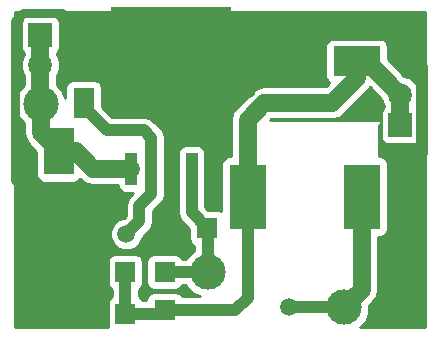
<source format=gbr>
G04 #@! TF.FileFunction,Copper,L1,Top,Signal*
%FSLAX46Y46*%
G04 Gerber Fmt 4.6, Leading zero omitted, Abs format (unit mm)*
G04 Created by KiCad (PCBNEW 4.0.7) date 10/02/18 16:36:01*
%MOMM*%
%LPD*%
G01*
G04 APERTURE LIST*
%ADD10C,0.100000*%
%ADD11R,1.700000X1.800000*%
%ADD12R,4.000000X2.500000*%
%ADD13R,2.500000X4.000000*%
%ADD14R,3.149600X5.511800*%
%ADD15R,1.800000X2.500000*%
%ADD16R,2.006600X2.006600*%
%ADD17C,2.006600*%
%ADD18C,2.999740*%
%ADD19R,1.800000X1.700000*%
%ADD20R,1.016000X2.692400*%
%ADD21R,10.160000X8.940800*%
%ADD22C,1.500000*%
%ADD23C,0.800000*%
%ADD24C,1.000000*%
%ADD25C,2.000000*%
%ADD26C,1.500000*%
%ADD27C,0.500000*%
%ADD28C,0.304800*%
%ADD29C,0.254000*%
G04 APERTURE END LIST*
D10*
D11*
X137660000Y-105920000D03*
X140860000Y-105920000D03*
D12*
X153530000Y-91810000D03*
X147430000Y-91810000D03*
D13*
X128320000Y-99440000D03*
X128320000Y-105540000D03*
D14*
X153946000Y-103270000D03*
X144294000Y-103270000D03*
D15*
X130420000Y-95310000D03*
X130420000Y-91310000D03*
D16*
X126760000Y-89570000D03*
D17*
X126760000Y-92110000D03*
D16*
X126760000Y-112430000D03*
D17*
X126760000Y-109890000D03*
D16*
X157240000Y-107360000D03*
D17*
X157240000Y-104820000D03*
D16*
X157240000Y-97200000D03*
D17*
X157240000Y-94660000D03*
D18*
X157410000Y-112650000D03*
X152480000Y-112660000D03*
X140930000Y-109690000D03*
D19*
X137270000Y-109650000D03*
X137270000Y-112850000D03*
D20*
X134446400Y-100932400D03*
X136148200Y-100932400D03*
X137850000Y-100932400D03*
X139551800Y-100932400D03*
X141253600Y-100932400D03*
D21*
X137850000Y-91737600D03*
D11*
X130740000Y-113190000D03*
X133940000Y-113190000D03*
X130740000Y-109680000D03*
X133940000Y-109680000D03*
D18*
X126780000Y-95440000D03*
D22*
X144140000Y-91810000D03*
X144210000Y-94260000D03*
X144160000Y-89020000D03*
X130350000Y-88470000D03*
X157540000Y-88620000D03*
X134040000Y-106450000D03*
X147770000Y-112640000D03*
D23*
X144140000Y-91870000D02*
X144140000Y-91810000D01*
X130350000Y-88470000D02*
X129370000Y-88470000D01*
X124620000Y-101840000D02*
X128320000Y-105540000D01*
X124620000Y-88390000D02*
X124620000Y-101840000D01*
X125290000Y-87720000D02*
X124620000Y-88390000D01*
X128620000Y-87720000D02*
X125290000Y-87720000D01*
X129370000Y-88470000D02*
X128620000Y-87720000D01*
X144140000Y-91870000D02*
X144140000Y-94190000D01*
X144140000Y-94190000D02*
X144210000Y-94260000D01*
X144140000Y-91810000D02*
X144140000Y-89040000D01*
X144140000Y-89040000D02*
X144160000Y-89020000D01*
D24*
X155270000Y-88580000D02*
X150660000Y-88580000D01*
X150660000Y-88580000D02*
X147430000Y-91810000D01*
D25*
X147430000Y-91810000D02*
X144140000Y-91810000D01*
X144140000Y-91810000D02*
X137922400Y-91810000D01*
D24*
X137922400Y-91810000D02*
X137850000Y-91737600D01*
X130420000Y-91310000D02*
X130420000Y-88540000D01*
X130420000Y-88540000D02*
X130350000Y-88470000D01*
D25*
X137850000Y-91737600D02*
X130847600Y-91737600D01*
D26*
X130847600Y-91737600D02*
X130420000Y-91310000D01*
D24*
X155270000Y-88580000D02*
X157500000Y-88580000D01*
X157500000Y-88580000D02*
X157540000Y-88620000D01*
D23*
X138057600Y-91530000D02*
X137850000Y-91737600D01*
X135932400Y-89820000D02*
X137850000Y-91737600D01*
X137850000Y-100932400D02*
X137850000Y-91737600D01*
X137850000Y-100932400D02*
X137850000Y-105730000D01*
X137850000Y-105730000D02*
X137660000Y-105920000D01*
D27*
X141253600Y-100932400D02*
X141253600Y-98893600D01*
X137850000Y-98770000D02*
X137850000Y-100932400D01*
X138520000Y-98100000D02*
X137850000Y-98770000D01*
X140460000Y-98100000D02*
X138520000Y-98100000D01*
X141253600Y-98893600D02*
X140460000Y-98100000D01*
D24*
X137850000Y-105730000D02*
X137660000Y-105920000D01*
X130740000Y-113190000D02*
X127520000Y-113190000D01*
X127520000Y-113190000D02*
X126760000Y-112430000D01*
D27*
X137660000Y-100822400D02*
X137850000Y-100632400D01*
X145497600Y-91437600D02*
X145590000Y-91530000D01*
X136232400Y-89820000D02*
X137850000Y-91437600D01*
D24*
X157240000Y-104820000D02*
X157240000Y-101410000D01*
X155330000Y-88580000D02*
X155270000Y-88580000D01*
X159070000Y-92320000D02*
X155330000Y-88580000D01*
X159070000Y-99580000D02*
X159070000Y-92320000D01*
X157240000Y-101410000D02*
X159070000Y-99580000D01*
D27*
X145382400Y-91737600D02*
X145590000Y-91530000D01*
D24*
X130740000Y-109680000D02*
X130740000Y-113190000D01*
X130740000Y-109680000D02*
X126970000Y-109680000D01*
D27*
X126970000Y-109680000D02*
X126760000Y-109890000D01*
D24*
X128320000Y-105540000D02*
X128320000Y-108330000D01*
X128320000Y-108330000D02*
X126760000Y-109890000D01*
D27*
X128900000Y-106120000D02*
X128320000Y-105540000D01*
X130530000Y-109890000D02*
X130740000Y-109680000D01*
D28*
X130020000Y-109890000D02*
X130720000Y-109190000D01*
X157240000Y-104820000D02*
X157240000Y-104090000D01*
X157410000Y-112650000D02*
X156960000Y-112650000D01*
X127120000Y-112070000D02*
X126760000Y-112430000D01*
X157300000Y-112540000D02*
X157410000Y-112650000D01*
D24*
X157240000Y-107360000D02*
X157240000Y-112480000D01*
D28*
X157240000Y-112480000D02*
X157410000Y-112650000D01*
D24*
X157240000Y-104820000D02*
X157240000Y-107360000D01*
X126760000Y-109890000D02*
X126760000Y-112430000D01*
X130420000Y-95310000D02*
X130420000Y-95720000D01*
X130420000Y-95720000D02*
X132360000Y-97660000D01*
X132360000Y-97660000D02*
X135510000Y-97660000D01*
X135510000Y-97660000D02*
X136148200Y-98298200D01*
X136148200Y-98298200D02*
X136148200Y-100932400D01*
X152480000Y-112660000D02*
X147790000Y-112660000D01*
X136148200Y-103011800D02*
X136148200Y-100932400D01*
X135120000Y-104040000D02*
X136148200Y-103011800D01*
X135120000Y-105370000D02*
X135120000Y-104040000D01*
X134040000Y-106450000D02*
X135120000Y-105370000D01*
D23*
X147790000Y-112660000D02*
X147770000Y-112640000D01*
D26*
X153946000Y-103270000D02*
X153946000Y-111194000D01*
X153946000Y-111194000D02*
X152480000Y-112660000D01*
D24*
X139551800Y-100932400D02*
X139551800Y-104611800D01*
X139551800Y-104611800D02*
X140860000Y-105920000D01*
X140930000Y-109690000D02*
X140930000Y-105990000D01*
D23*
X140930000Y-105990000D02*
X140860000Y-105920000D01*
D24*
X137270000Y-109650000D02*
X140890000Y-109650000D01*
D27*
X140890000Y-109650000D02*
X140930000Y-109690000D01*
X137270000Y-109650000D02*
X137440000Y-109650000D01*
X137330000Y-109590000D02*
X137270000Y-109650000D01*
D26*
X153530000Y-91810000D02*
X154390000Y-91810000D01*
X154390000Y-91810000D02*
X157240000Y-94660000D01*
X153530000Y-91810000D02*
X153530000Y-93270000D01*
X144294000Y-96746000D02*
X144294000Y-103270000D01*
X145710000Y-95330000D02*
X144294000Y-96746000D01*
X151470000Y-95330000D02*
X145710000Y-95330000D01*
X153530000Y-93270000D02*
X151470000Y-95330000D01*
D24*
X154390000Y-91810000D02*
X157240000Y-94660000D01*
X144294000Y-103270000D02*
X144294000Y-111816000D01*
X144294000Y-111816000D02*
X143260000Y-112850000D01*
X143260000Y-112850000D02*
X137270000Y-112850000D01*
X133940000Y-113190000D02*
X136930000Y-113190000D01*
D27*
X136930000Y-113190000D02*
X137270000Y-112850000D01*
D24*
X133940000Y-109680000D02*
X133940000Y-113190000D01*
D27*
X137260000Y-113190000D02*
X137280000Y-113170000D01*
D26*
X157240000Y-94660000D02*
X157240000Y-97200000D01*
X128320000Y-99440000D02*
X129750000Y-99440000D01*
X131242400Y-100932400D02*
X134446400Y-100932400D01*
X129750000Y-99440000D02*
X131242400Y-100932400D01*
X128320000Y-99440000D02*
X129230000Y-99440000D01*
X126780000Y-95440000D02*
X126780000Y-97900000D01*
X126780000Y-97900000D02*
X128320000Y-99440000D01*
X126760000Y-92110000D02*
X126760000Y-95420000D01*
D27*
X126760000Y-95420000D02*
X126780000Y-95440000D01*
D26*
X126760000Y-89570000D02*
X126760000Y-92110000D01*
D29*
G36*
X159352300Y-114352300D02*
X153806544Y-114352300D01*
X154288800Y-113870886D01*
X154614499Y-113086515D01*
X154615025Y-112483661D01*
X154925343Y-112173343D01*
X154946689Y-112141397D01*
X155225573Y-111724017D01*
X155331000Y-111194000D01*
X155331000Y-106673340D01*
X155520800Y-106673340D01*
X155756117Y-106629062D01*
X155972241Y-106489990D01*
X156117231Y-106277790D01*
X156168240Y-106025900D01*
X156168240Y-100514100D01*
X156123962Y-100278783D01*
X155984890Y-100062659D01*
X155772690Y-99917669D01*
X155520800Y-99866660D01*
X155457000Y-99866660D01*
X155457000Y-97223801D01*
X155486159Y-97218315D01*
X155528553Y-97191035D01*
X155556994Y-97149410D01*
X155567000Y-97100000D01*
X155567000Y-96890000D01*
X155558315Y-96843841D01*
X155531035Y-96801447D01*
X155489410Y-96773006D01*
X155440000Y-96763000D01*
X146235686Y-96763000D01*
X146283686Y-96715000D01*
X151470000Y-96715000D01*
X152000017Y-96609573D01*
X152449343Y-96309343D01*
X154509343Y-94249343D01*
X154654065Y-94032751D01*
X155601420Y-94980106D01*
X155601416Y-94984448D01*
X155850307Y-95586810D01*
X155855000Y-95591511D01*
X155855000Y-95687733D01*
X155785259Y-95732610D01*
X155640269Y-95944810D01*
X155589260Y-96196700D01*
X155589260Y-98203300D01*
X155633538Y-98438617D01*
X155772610Y-98654741D01*
X155984810Y-98799731D01*
X156236700Y-98850740D01*
X158243300Y-98850740D01*
X158478617Y-98806462D01*
X158694741Y-98667390D01*
X158839731Y-98455190D01*
X158890740Y-98203300D01*
X158890740Y-96196700D01*
X158846462Y-95961383D01*
X158707390Y-95745259D01*
X158625000Y-95688964D01*
X158625000Y-95592302D01*
X158628073Y-95589234D01*
X158878015Y-94987308D01*
X158878584Y-94335552D01*
X158629693Y-93733190D01*
X158169234Y-93271927D01*
X157567308Y-93021985D01*
X157560665Y-93021979D01*
X156177440Y-91638754D01*
X156177440Y-90560000D01*
X156133162Y-90324683D01*
X155994090Y-90108559D01*
X155781890Y-89963569D01*
X155530000Y-89912560D01*
X151530000Y-89912560D01*
X151294683Y-89956838D01*
X151078559Y-90095910D01*
X150933569Y-90308110D01*
X150882560Y-90560000D01*
X150882560Y-93060000D01*
X150926838Y-93295317D01*
X151065910Y-93511441D01*
X151222726Y-93618588D01*
X150896314Y-93945000D01*
X145710000Y-93945000D01*
X145179983Y-94050427D01*
X144882284Y-94249343D01*
X144730657Y-94350657D01*
X143314657Y-95766657D01*
X143014427Y-96215983D01*
X142909000Y-96746000D01*
X142909000Y-99866660D01*
X142719200Y-99866660D01*
X142483883Y-99910938D01*
X142267759Y-100050010D01*
X142122769Y-100262210D01*
X142071760Y-100514100D01*
X142071760Y-104498640D01*
X141961890Y-104423569D01*
X141710000Y-104372560D01*
X140917692Y-104372560D01*
X140686800Y-104141668D01*
X140686800Y-102379536D01*
X140707240Y-102278600D01*
X140707240Y-99586200D01*
X140662962Y-99350883D01*
X140523890Y-99134759D01*
X140311690Y-98989769D01*
X140059800Y-98938760D01*
X139043800Y-98938760D01*
X138808483Y-98983038D01*
X138592359Y-99122110D01*
X138447369Y-99334310D01*
X138396360Y-99586200D01*
X138396360Y-102278600D01*
X138416800Y-102387229D01*
X138416800Y-104611800D01*
X138503197Y-105046146D01*
X138657141Y-105276539D01*
X138749234Y-105414366D01*
X139362560Y-106027692D01*
X139362560Y-106820000D01*
X139406838Y-107055317D01*
X139545910Y-107271441D01*
X139758110Y-107416431D01*
X139795000Y-107423901D01*
X139795000Y-107849040D01*
X139722273Y-107879090D01*
X139121200Y-108479114D01*
X139106299Y-108515000D01*
X138741192Y-108515000D01*
X138634090Y-108348559D01*
X138421890Y-108203569D01*
X138170000Y-108152560D01*
X136370000Y-108152560D01*
X136134683Y-108196838D01*
X135918559Y-108335910D01*
X135773569Y-108548110D01*
X135722560Y-108800000D01*
X135722560Y-110500000D01*
X135766838Y-110735317D01*
X135905910Y-110951441D01*
X136118110Y-111096431D01*
X136370000Y-111147440D01*
X138170000Y-111147440D01*
X138405317Y-111103162D01*
X138621441Y-110964090D01*
X138743808Y-110785000D01*
X139072512Y-110785000D01*
X139119090Y-110897727D01*
X139719114Y-111498800D01*
X140239782Y-111715000D01*
X138741192Y-111715000D01*
X138634090Y-111548559D01*
X138421890Y-111403569D01*
X138170000Y-111352560D01*
X136370000Y-111352560D01*
X136134683Y-111396838D01*
X135918559Y-111535910D01*
X135773569Y-111748110D01*
X135722560Y-112000000D01*
X135722560Y-112055000D01*
X135393222Y-112055000D01*
X135393162Y-112054683D01*
X135254090Y-111838559D01*
X135075000Y-111716192D01*
X135075000Y-111151192D01*
X135241441Y-111044090D01*
X135386431Y-110831890D01*
X135437440Y-110580000D01*
X135437440Y-108780000D01*
X135393162Y-108544683D01*
X135254090Y-108328559D01*
X135041890Y-108183569D01*
X134790000Y-108132560D01*
X133090000Y-108132560D01*
X132854683Y-108176838D01*
X132638559Y-108315910D01*
X132493569Y-108528110D01*
X132442560Y-108780000D01*
X132442560Y-110580000D01*
X132486838Y-110815317D01*
X132625910Y-111031441D01*
X132805000Y-111153808D01*
X132805000Y-111718808D01*
X132638559Y-111825910D01*
X132493569Y-112038110D01*
X132442560Y-112290000D01*
X132442560Y-114090000D01*
X132486838Y-114325317D01*
X132504201Y-114352300D01*
X124647700Y-114352300D01*
X124647700Y-95869904D01*
X124969090Y-96647727D01*
X125395000Y-97074382D01*
X125395000Y-97900000D01*
X125500427Y-98430017D01*
X125781545Y-98850740D01*
X125800657Y-98879343D01*
X126422560Y-99501246D01*
X126422560Y-101440000D01*
X126466838Y-101675317D01*
X126605910Y-101891441D01*
X126818110Y-102036431D01*
X127070000Y-102087440D01*
X129570000Y-102087440D01*
X129805317Y-102043162D01*
X130021441Y-101904090D01*
X130116411Y-101765097D01*
X130263057Y-101911743D01*
X130712383Y-102211973D01*
X131242400Y-102317400D01*
X133298261Y-102317400D01*
X133335238Y-102513917D01*
X133474310Y-102730041D01*
X133686510Y-102875031D01*
X133938400Y-102926040D01*
X134628828Y-102926040D01*
X134317434Y-103237434D01*
X134071397Y-103605654D01*
X133985000Y-104040000D01*
X133985000Y-104899868D01*
X133820061Y-105064807D01*
X133765715Y-105064760D01*
X133256485Y-105275169D01*
X132866539Y-105664436D01*
X132655241Y-106173298D01*
X132654760Y-106724285D01*
X132865169Y-107233515D01*
X133254436Y-107623461D01*
X133763298Y-107834759D01*
X134314285Y-107835240D01*
X134823515Y-107624831D01*
X135213461Y-107235564D01*
X135424759Y-106726702D01*
X135424808Y-106670324D01*
X135922566Y-106172566D01*
X136168604Y-105804345D01*
X136255000Y-105370000D01*
X136255000Y-104510132D01*
X136950766Y-103814366D01*
X137196803Y-103446146D01*
X137283200Y-103011800D01*
X137283200Y-102379536D01*
X137303640Y-102278600D01*
X137303640Y-99586200D01*
X137283200Y-99477571D01*
X137283200Y-98298200D01*
X137196803Y-97863854D01*
X136950766Y-97495634D01*
X136312566Y-96857434D01*
X136281742Y-96836838D01*
X135944346Y-96611397D01*
X135510000Y-96525000D01*
X132830132Y-96525000D01*
X131967440Y-95662308D01*
X131967440Y-94060000D01*
X131923162Y-93824683D01*
X131784090Y-93608559D01*
X131571890Y-93463569D01*
X131320000Y-93412560D01*
X129520000Y-93412560D01*
X129284683Y-93456838D01*
X129068559Y-93595910D01*
X128923569Y-93808110D01*
X128872560Y-94060000D01*
X128872560Y-94913918D01*
X128590910Y-94232273D01*
X128145000Y-93785583D01*
X128145000Y-93042302D01*
X128148073Y-93039234D01*
X128398015Y-92437308D01*
X128398584Y-91785552D01*
X128149693Y-91183190D01*
X128145000Y-91178489D01*
X128145000Y-91082267D01*
X128214741Y-91037390D01*
X128359731Y-90825190D01*
X128410740Y-90573300D01*
X128410740Y-88566700D01*
X128366462Y-88331383D01*
X128227390Y-88115259D01*
X128015190Y-87970269D01*
X127763300Y-87919260D01*
X125756700Y-87919260D01*
X125521383Y-87963538D01*
X125305259Y-88102610D01*
X125160269Y-88314810D01*
X125109260Y-88566700D01*
X125109260Y-90573300D01*
X125153538Y-90808617D01*
X125292610Y-91024741D01*
X125375000Y-91081036D01*
X125375000Y-91177698D01*
X125371927Y-91180766D01*
X125121985Y-91782692D01*
X125121416Y-92434448D01*
X125370307Y-93036810D01*
X125375000Y-93041511D01*
X125375000Y-93826019D01*
X124971200Y-94229114D01*
X124647700Y-95008189D01*
X124647700Y-87647700D01*
X159352300Y-87647700D01*
X159352300Y-114352300D01*
X159352300Y-114352300D01*
G37*
X159352300Y-114352300D02*
X153806544Y-114352300D01*
X154288800Y-113870886D01*
X154614499Y-113086515D01*
X154615025Y-112483661D01*
X154925343Y-112173343D01*
X154946689Y-112141397D01*
X155225573Y-111724017D01*
X155331000Y-111194000D01*
X155331000Y-106673340D01*
X155520800Y-106673340D01*
X155756117Y-106629062D01*
X155972241Y-106489990D01*
X156117231Y-106277790D01*
X156168240Y-106025900D01*
X156168240Y-100514100D01*
X156123962Y-100278783D01*
X155984890Y-100062659D01*
X155772690Y-99917669D01*
X155520800Y-99866660D01*
X155457000Y-99866660D01*
X155457000Y-97223801D01*
X155486159Y-97218315D01*
X155528553Y-97191035D01*
X155556994Y-97149410D01*
X155567000Y-97100000D01*
X155567000Y-96890000D01*
X155558315Y-96843841D01*
X155531035Y-96801447D01*
X155489410Y-96773006D01*
X155440000Y-96763000D01*
X146235686Y-96763000D01*
X146283686Y-96715000D01*
X151470000Y-96715000D01*
X152000017Y-96609573D01*
X152449343Y-96309343D01*
X154509343Y-94249343D01*
X154654065Y-94032751D01*
X155601420Y-94980106D01*
X155601416Y-94984448D01*
X155850307Y-95586810D01*
X155855000Y-95591511D01*
X155855000Y-95687733D01*
X155785259Y-95732610D01*
X155640269Y-95944810D01*
X155589260Y-96196700D01*
X155589260Y-98203300D01*
X155633538Y-98438617D01*
X155772610Y-98654741D01*
X155984810Y-98799731D01*
X156236700Y-98850740D01*
X158243300Y-98850740D01*
X158478617Y-98806462D01*
X158694741Y-98667390D01*
X158839731Y-98455190D01*
X158890740Y-98203300D01*
X158890740Y-96196700D01*
X158846462Y-95961383D01*
X158707390Y-95745259D01*
X158625000Y-95688964D01*
X158625000Y-95592302D01*
X158628073Y-95589234D01*
X158878015Y-94987308D01*
X158878584Y-94335552D01*
X158629693Y-93733190D01*
X158169234Y-93271927D01*
X157567308Y-93021985D01*
X157560665Y-93021979D01*
X156177440Y-91638754D01*
X156177440Y-90560000D01*
X156133162Y-90324683D01*
X155994090Y-90108559D01*
X155781890Y-89963569D01*
X155530000Y-89912560D01*
X151530000Y-89912560D01*
X151294683Y-89956838D01*
X151078559Y-90095910D01*
X150933569Y-90308110D01*
X150882560Y-90560000D01*
X150882560Y-93060000D01*
X150926838Y-93295317D01*
X151065910Y-93511441D01*
X151222726Y-93618588D01*
X150896314Y-93945000D01*
X145710000Y-93945000D01*
X145179983Y-94050427D01*
X144882284Y-94249343D01*
X144730657Y-94350657D01*
X143314657Y-95766657D01*
X143014427Y-96215983D01*
X142909000Y-96746000D01*
X142909000Y-99866660D01*
X142719200Y-99866660D01*
X142483883Y-99910938D01*
X142267759Y-100050010D01*
X142122769Y-100262210D01*
X142071760Y-100514100D01*
X142071760Y-104498640D01*
X141961890Y-104423569D01*
X141710000Y-104372560D01*
X140917692Y-104372560D01*
X140686800Y-104141668D01*
X140686800Y-102379536D01*
X140707240Y-102278600D01*
X140707240Y-99586200D01*
X140662962Y-99350883D01*
X140523890Y-99134759D01*
X140311690Y-98989769D01*
X140059800Y-98938760D01*
X139043800Y-98938760D01*
X138808483Y-98983038D01*
X138592359Y-99122110D01*
X138447369Y-99334310D01*
X138396360Y-99586200D01*
X138396360Y-102278600D01*
X138416800Y-102387229D01*
X138416800Y-104611800D01*
X138503197Y-105046146D01*
X138657141Y-105276539D01*
X138749234Y-105414366D01*
X139362560Y-106027692D01*
X139362560Y-106820000D01*
X139406838Y-107055317D01*
X139545910Y-107271441D01*
X139758110Y-107416431D01*
X139795000Y-107423901D01*
X139795000Y-107849040D01*
X139722273Y-107879090D01*
X139121200Y-108479114D01*
X139106299Y-108515000D01*
X138741192Y-108515000D01*
X138634090Y-108348559D01*
X138421890Y-108203569D01*
X138170000Y-108152560D01*
X136370000Y-108152560D01*
X136134683Y-108196838D01*
X135918559Y-108335910D01*
X135773569Y-108548110D01*
X135722560Y-108800000D01*
X135722560Y-110500000D01*
X135766838Y-110735317D01*
X135905910Y-110951441D01*
X136118110Y-111096431D01*
X136370000Y-111147440D01*
X138170000Y-111147440D01*
X138405317Y-111103162D01*
X138621441Y-110964090D01*
X138743808Y-110785000D01*
X139072512Y-110785000D01*
X139119090Y-110897727D01*
X139719114Y-111498800D01*
X140239782Y-111715000D01*
X138741192Y-111715000D01*
X138634090Y-111548559D01*
X138421890Y-111403569D01*
X138170000Y-111352560D01*
X136370000Y-111352560D01*
X136134683Y-111396838D01*
X135918559Y-111535910D01*
X135773569Y-111748110D01*
X135722560Y-112000000D01*
X135722560Y-112055000D01*
X135393222Y-112055000D01*
X135393162Y-112054683D01*
X135254090Y-111838559D01*
X135075000Y-111716192D01*
X135075000Y-111151192D01*
X135241441Y-111044090D01*
X135386431Y-110831890D01*
X135437440Y-110580000D01*
X135437440Y-108780000D01*
X135393162Y-108544683D01*
X135254090Y-108328559D01*
X135041890Y-108183569D01*
X134790000Y-108132560D01*
X133090000Y-108132560D01*
X132854683Y-108176838D01*
X132638559Y-108315910D01*
X132493569Y-108528110D01*
X132442560Y-108780000D01*
X132442560Y-110580000D01*
X132486838Y-110815317D01*
X132625910Y-111031441D01*
X132805000Y-111153808D01*
X132805000Y-111718808D01*
X132638559Y-111825910D01*
X132493569Y-112038110D01*
X132442560Y-112290000D01*
X132442560Y-114090000D01*
X132486838Y-114325317D01*
X132504201Y-114352300D01*
X124647700Y-114352300D01*
X124647700Y-95869904D01*
X124969090Y-96647727D01*
X125395000Y-97074382D01*
X125395000Y-97900000D01*
X125500427Y-98430017D01*
X125781545Y-98850740D01*
X125800657Y-98879343D01*
X126422560Y-99501246D01*
X126422560Y-101440000D01*
X126466838Y-101675317D01*
X126605910Y-101891441D01*
X126818110Y-102036431D01*
X127070000Y-102087440D01*
X129570000Y-102087440D01*
X129805317Y-102043162D01*
X130021441Y-101904090D01*
X130116411Y-101765097D01*
X130263057Y-101911743D01*
X130712383Y-102211973D01*
X131242400Y-102317400D01*
X133298261Y-102317400D01*
X133335238Y-102513917D01*
X133474310Y-102730041D01*
X133686510Y-102875031D01*
X133938400Y-102926040D01*
X134628828Y-102926040D01*
X134317434Y-103237434D01*
X134071397Y-103605654D01*
X133985000Y-104040000D01*
X133985000Y-104899868D01*
X133820061Y-105064807D01*
X133765715Y-105064760D01*
X133256485Y-105275169D01*
X132866539Y-105664436D01*
X132655241Y-106173298D01*
X132654760Y-106724285D01*
X132865169Y-107233515D01*
X133254436Y-107623461D01*
X133763298Y-107834759D01*
X134314285Y-107835240D01*
X134823515Y-107624831D01*
X135213461Y-107235564D01*
X135424759Y-106726702D01*
X135424808Y-106670324D01*
X135922566Y-106172566D01*
X136168604Y-105804345D01*
X136255000Y-105370000D01*
X136255000Y-104510132D01*
X136950766Y-103814366D01*
X137196803Y-103446146D01*
X137283200Y-103011800D01*
X137283200Y-102379536D01*
X137303640Y-102278600D01*
X137303640Y-99586200D01*
X137283200Y-99477571D01*
X137283200Y-98298200D01*
X137196803Y-97863854D01*
X136950766Y-97495634D01*
X136312566Y-96857434D01*
X136281742Y-96836838D01*
X135944346Y-96611397D01*
X135510000Y-96525000D01*
X132830132Y-96525000D01*
X131967440Y-95662308D01*
X131967440Y-94060000D01*
X131923162Y-93824683D01*
X131784090Y-93608559D01*
X131571890Y-93463569D01*
X131320000Y-93412560D01*
X129520000Y-93412560D01*
X129284683Y-93456838D01*
X129068559Y-93595910D01*
X128923569Y-93808110D01*
X128872560Y-94060000D01*
X128872560Y-94913918D01*
X128590910Y-94232273D01*
X128145000Y-93785583D01*
X128145000Y-93042302D01*
X128148073Y-93039234D01*
X128398015Y-92437308D01*
X128398584Y-91785552D01*
X128149693Y-91183190D01*
X128145000Y-91178489D01*
X128145000Y-91082267D01*
X128214741Y-91037390D01*
X128359731Y-90825190D01*
X128410740Y-90573300D01*
X128410740Y-88566700D01*
X128366462Y-88331383D01*
X128227390Y-88115259D01*
X128015190Y-87970269D01*
X127763300Y-87919260D01*
X125756700Y-87919260D01*
X125521383Y-87963538D01*
X125305259Y-88102610D01*
X125160269Y-88314810D01*
X125109260Y-88566700D01*
X125109260Y-90573300D01*
X125153538Y-90808617D01*
X125292610Y-91024741D01*
X125375000Y-91081036D01*
X125375000Y-91177698D01*
X125371927Y-91180766D01*
X125121985Y-91782692D01*
X125121416Y-92434448D01*
X125370307Y-93036810D01*
X125375000Y-93041511D01*
X125375000Y-93826019D01*
X124971200Y-94229114D01*
X124647700Y-95008189D01*
X124647700Y-87647700D01*
X159352300Y-87647700D01*
X159352300Y-114352300D01*
M02*

</source>
